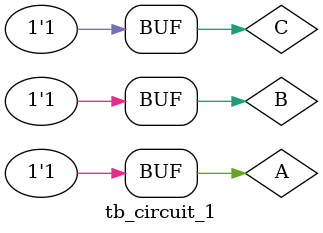
<source format=v>
module tb_circuit_1;

reg A,B,C;
wire D,E;

circuit_1 M1(A,B,C,D,E);

initial begin
#0 A=1'b0; B=1'b0; C=1'b0;
#20 A=1'b0; B=1'b0; C=1'b1;
#20 A=1'b0; B=1'b1; C=1'b0;
#20 A=1'b0; B=1'b1; C=1'b1;
#20 A=1'b1; B=1'b0; C=1'b0;
#20 A=1'b1; B=1'b0; C=1'b1;
#20 A=1'b1; B=1'b1; C=1'b0;
#20 A=1'b1; B=1'b1; C=1'b1;
end

initial begin
$monitor($time, "A=%b, B=%b, C=%b, D=%b, E=%b", A, B, C, D, E );
end

initial begin
$dumpfile("circuit.vcd");
$dumpvars(0, M1);
end

endmodule

</source>
